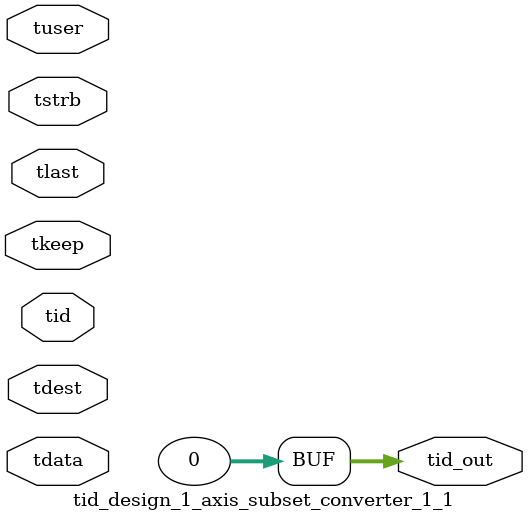
<source format=v>


`timescale 1ps/1ps

module tid_design_1_axis_subset_converter_1_1 #
(
parameter C_S_AXIS_TID_WIDTH   = 1,
parameter C_S_AXIS_TUSER_WIDTH = 0,
parameter C_S_AXIS_TDATA_WIDTH = 0,
parameter C_S_AXIS_TDEST_WIDTH = 0,
parameter C_M_AXIS_TID_WIDTH   = 32
)
(
input  [(C_S_AXIS_TID_WIDTH   == 0 ? 1 : C_S_AXIS_TID_WIDTH)-1:0       ] tid,
input  [(C_S_AXIS_TDATA_WIDTH == 0 ? 1 : C_S_AXIS_TDATA_WIDTH)-1:0     ] tdata,
input  [(C_S_AXIS_TUSER_WIDTH == 0 ? 1 : C_S_AXIS_TUSER_WIDTH)-1:0     ] tuser,
input  [(C_S_AXIS_TDEST_WIDTH == 0 ? 1 : C_S_AXIS_TDEST_WIDTH)-1:0     ] tdest,
input  [(C_S_AXIS_TDATA_WIDTH/8)-1:0 ] tkeep,
input  [(C_S_AXIS_TDATA_WIDTH/8)-1:0 ] tstrb,
input                                                                    tlast,
output [(C_M_AXIS_TID_WIDTH   == 0 ? 1 : C_M_AXIS_TID_WIDTH)-1:0       ] tid_out
);

assign tid_out = {1'b0};

endmodule


</source>
